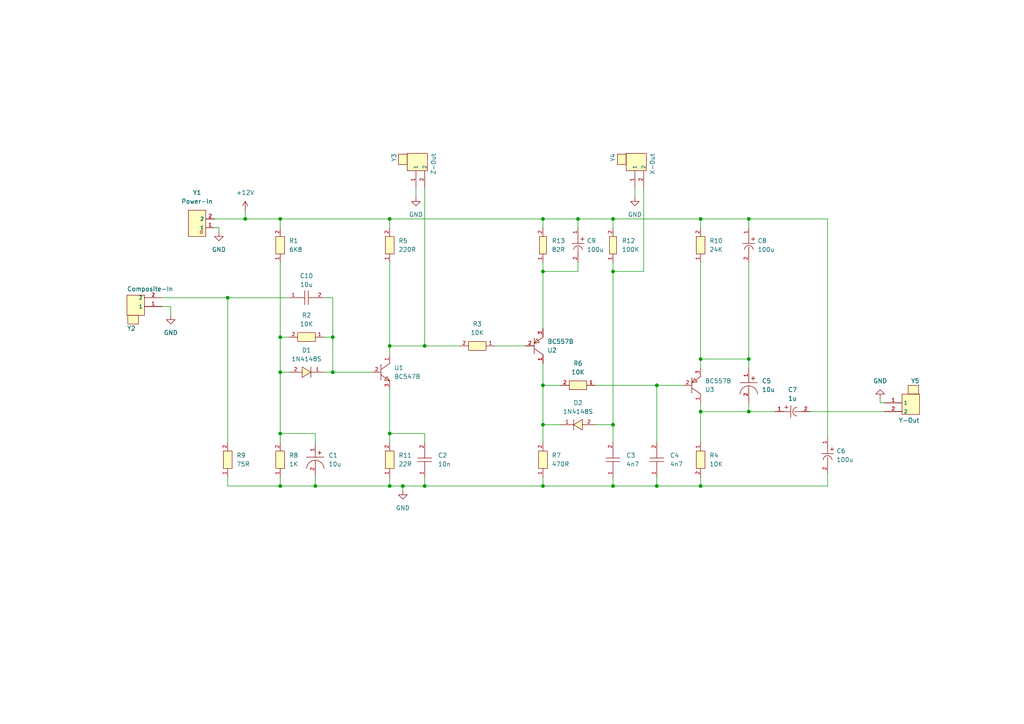
<source format=kicad_sch>
(kicad_sch (version 20231120) (generator "eeschema") (generator_version "8.0")
  (paper "A4")
  (title_block (title "Composite Video to XYZ converter") (date "2024-04-27") (rev "2") (company "xythobuz.de"))
  (lib_symbols
    (symbol "152EC0410_1" (pin_names hide)
      (property "Reference" "U13" (at -0.0001 7.62 0))
      (property "Value" "152EC0410" (at -0.0001 5.08 0))
      (symbol "152EC0410_1_0_1"
        (polyline (pts (xy -2.5402 0.0002) (xy -0.5082 0.0002)))
        (polyline (pts (xy -2.2862 1.2702) (xy -1.2702 1.2702)))
        (polyline (pts (xy -1.7782 1.7782) (xy -1.7782 0.7622)))
        (polyline (pts (xy -0.5082 1.7782) (xy -0.5082 -1.7779)))
        (polyline (pts (xy 0.5078 0.0002) (xy 2.5398 0.0002)))
        (arc (start 1.27 1.27) (mid 0.0658 0) (end 1.27 -1.27))
        (pin input line (at -5.08 0 0) (length 2.54) (name "1") (number "1"))
        (pin input line (at 5.08 0 180) (length 2.54) (name "2") (number "2"))
      )
    )
    (symbol "jlc:01EC1809SHC10UF50V" (pin_names hide)
      (property "Reference" "C1" (at 1.27 7.62 0))
      (property "Value" "01EC1809SHC10UF50V" (at 1.27 5.08 0))
      (symbol "01EC1809SHC10UF50V_0_1"
        (rectangle (start -2.54 1.27) (end -1.524 1.2446) (fill (type background)))
        (rectangle (start -2.032 1.778) (end -2.0066 0.762) (fill (type background)))
        (polyline (pts (xy -0.762 2.54) (xy -0.762 -2.54)))
        (arc (start 2.54 2.54) (mid 0.1499 0) (end 2.54 -2.54))
        (pin unspecified line (at -5.08 0 0) (length 4.318) (name "1") (number "1"))
        (pin unspecified line (at 5.08 0 180) (length 4.826) (name "2") (number "2"))
      )
    )
    (symbol "jlc:05B472K500PF3C1N0R" (pin_names hide)
      (property "Reference" "C" (at 0 1.27 0))
      (property "Value" "05B472K500PF3C1N0R" (at 0 -2.54 0))
      (symbol "05B472K500PF3C1N0R_0_1"
        (polyline (pts (xy -2.032 0.508) (xy 2.032 0.508)))
        (polyline (pts (xy 0 -0.508) (xy 0 -2.54)))
        (polyline (pts (xy 0 2.54) (xy 0 0.508)))
        (polyline (pts (xy 2.032 -0.508) (xy -2.032 -0.508)))
        (pin unspecified line (at 0 -5.08 90) (length 2.54) (name "1") (number "1"))
        (pin unspecified line (at 0 5.08 270) (length 2.54) (name "2") (number "2"))
      )
    )
    (symbol "jlc:152EC0410" (pin_names hide)
      (property "Reference" "U10" (at -0.0001 7.62 0))
      (property "Value" "152EC0410" (at -0.0001 5.08 0))
      (symbol "152EC0410_0_1"
        (polyline (pts (xy -2.5402 0.0002) (xy -0.5082 0.0002)))
        (polyline (pts (xy -2.2862 1.2702) (xy -1.2702 1.2702)))
        (polyline (pts (xy -1.7782 1.7782) (xy -1.7782 0.7622)))
        (polyline (pts (xy -0.5082 1.7782) (xy -0.5082 -1.7779)))
        (polyline (pts (xy 0.5078 0.0002) (xy 2.5398 0.0002)))
        (arc (start 1.27 1.27) (mid 0.1552 0) (end 1.27 -1.27))
        (pin input line (at -5.08 0 0) (length 2.54) (name "1") (number "1"))
        (pin input line (at 5.08 0 180) (length 2.54) (name "2") (number "2"))
      )
    )
    (symbol "jlc:1N4148S" (pin_names hide)
      (property "Reference" "D" (at 0 1.27 0))
      (property "Value" "1N4148S" (at 0 -2.54 0))
      (symbol "1N4148S_0_1"
        (polyline (pts (xy -1.27 -1.524) (xy -1.27 1.524)))
        (polyline (pts (xy 1.27 1.524) (xy -1.27 0) (xy 1.27 -1.524) (xy 1.27 1.524)) (fill (type background)))
        (pin unspecified line (at -5.08 0 0) (length 3.81) (name "1") (number "1"))
        (pin unspecified line (at 5.08 0 180) (length 3.81) (name "2") (number "2"))
      )
    )
    (symbol "jlc:450BXC1MEFC8X11_5" (pin_names hide)
      (property "Reference" "U14" (at 0 6.35 0))
      (property "Value" "450BXC1MEFC8X11_5" (at 0 3.81 0))
      (symbol "450BXC1MEFC8X11_5_0_1"
        (polyline (pts (xy -2.54 0) (xy -0.508 0)))
        (polyline (pts (xy -2.286 1.27) (xy -1.27 1.27)))
        (polyline (pts (xy -1.778 1.778) (xy -1.778 0.762)))
        (polyline (pts (xy -0.508 1.778) (xy -0.508 -1.778)))
        (polyline (pts (xy 0.508 0) (xy 2.54 0)))
        (arc (start 1.27 1.27) (mid 0.0658 0) (end 1.27 -1.27))
        (pin input line (at -5.08 0 0) (length 2.54) (name "1") (number "1"))
        (pin input line (at 5.08 0 180) (length 2.54) (name "2") (number "2"))
      )
    )
    (symbol "jlc:AV-5"
      (property "Reference" "U5" (at 2.159 -11.43 90))
      (property "Value" "AV-5" (at -0.381 -11.43 90))
      (symbol "AV-5_0_1"
        (rectangle (start -3.302 5.08) (end 2.54 0) (fill (type background)))
        (rectangle (start 2.54 4.826) (end 5.08 1.778) (fill (type background)))
        (pin unspecified line (at 0 -5.08 90) (length 5.08) (name "1") (number "1"))
        (pin unspecified line (at -2.54 -5.08 90) (length 5.08) (name "2") (number "2"))
      )
    )
    (symbol "jlc:BC547B" (pin_names hide)
      (property "Reference" "U" (at 0 1.27 0))
      (property "Value" "BC547B" (at 0 -2.54 0))
      (symbol "BC547B_0_1"
        (polyline (pts (xy -2.54 -0.762) (xy 0 -2.54)))
        (polyline (pts (xy -2.54 2.286) (xy -2.54 -2.286)))
        (polyline (pts (xy 0 2.54) (xy -2.54 0.762)))
        (polyline (pts (xy 0 -2.54) (xy -0.762 -1.27) (xy -1.524 -2.286) (xy 0 -2.54)) (fill (type background)))
        (pin input line (at 0 5.08 270) (length 2.54) (name "C") (number "1"))
        (pin input line (at -5.08 0 0) (length 2.54) (name "B") (number "2"))
        (pin input line (at 0 -5.08 90) (length 2.54) (name "E") (number "3"))
      )
    )
    (symbol "jlc:BC557B_C713617" (pin_names hide)
      (property "Reference" "U" (at 0 1.27 0))
      (property "Value" "BC557B_C713617" (at 0 -2.54 0))
      (symbol "BC557B_C713617_0_1"
        (polyline (pts (xy -2.54 -0.762) (xy 0 -2.54)))
        (polyline (pts (xy -2.54 2.286) (xy -2.54 -2.286)))
        (polyline (pts (xy 0 2.54) (xy -2.54 0.762)))
        (polyline (pts (xy -2.54 -0.762) (xy -1.778 -2.032) (xy -1.016 -1.016) (xy -2.54 -0.762)) (fill (type background)))
        (pin input line (at 0 5.08 270) (length 2.54) (name "C") (number "1"))
        (pin input line (at -5.08 0 0) (length 2.54) (name "B") (number "2"))
        (pin input line (at 0 -5.08 90) (length 2.54) (name "E") (number "3"))
      )
    )
    (symbol "jlc:CD1E106MC9BER2F100" (pin_names hide)
      (property "Reference" "U" (at 0 1.27 0))
      (property "Value" "CD1E106MC9BER2F100" (at 0 -2.54 0))
      (symbol "CD1E106MC9BER2F100_0_1"
        (polyline (pts (xy -0.508 -2.032) (xy -0.508 2.032)))
        (polyline (pts (xy -0.508 0) (xy -2.54 0)))
        (polyline (pts (xy 0.508 2.032) (xy 0.508 -2.032)))
        (polyline (pts (xy 2.54 0) (xy 0.508 0)))
        (pin unspecified line (at -5.08 0 0) (length 2.54) (name "1") (number "1"))
        (pin unspecified line (at 5.08 0 180) (length 2.54) (name "2") (number "2"))
      )
    )
    (symbol "jlc:CD1H103KC94ER1D000" (pin_names hide)
      (property "Reference" "C" (at 0 1.27 0))
      (property "Value" "CD1H103KC94ER1D000" (at 0 -2.54 0))
      (symbol "CD1H103KC94ER1D000_0_1"
        (polyline (pts (xy -0.508 -2.032) (xy -0.508 2.032)))
        (polyline (pts (xy -0.508 0) (xy -2.54 0)))
        (polyline (pts (xy 0.508 2.032) (xy 0.508 -2.032)))
        (polyline (pts (xy 2.54 0) (xy 0.508 0)))
        (pin unspecified line (at -5.08 0 0) (length 2.54) (name "1") (number "1"))
        (pin unspecified line (at 5.08 0 180) (length 2.54) (name "2") (number "2"))
      )
    )
    (symbol "jlc:CR1_4W-75Ω±5%-OT52" (pin_names hide)
      (property "Reference" "R" (at 0 1.27 0))
      (property "Value" "CR1_4W-75Ω±5%-OT52" (at 0 -2.54 0))
      (symbol "CR1_4W-75Ω±5%-OT52_0_1"
        (rectangle (start -2.54 1.27) (end 2.54 -1.27) (fill (type background)))
        (pin unspecified line (at -5.08 0 0) (length 2.54) (name "1") (number "1"))
        (pin unspecified line (at 5.08 0 180) (length 2.54) (name "2") (number "2"))
      )
    )
    (symbol "jlc:MF1_4W-1KΩ±1%T52" (pin_names hide)
      (property "Reference" "R" (at 0 1.27 0))
      (property "Value" "MF1_4W-1KΩ±1%T52" (at 0 -2.54 0))
      (symbol "MF1_4W-1KΩ±1%T52_0_1"
        (rectangle (start -2.54 1.27) (end 2.54 -1.27) (fill (type background)))
        (pin unspecified line (at -5.08 0 0) (length 2.54) (name "1") (number "1"))
        (pin unspecified line (at 5.08 0 180) (length 2.54) (name "2") (number "2"))
      )
    )
    (symbol "jlc:MF1_4W-82Ω±1%_T52" (pin_names hide)
      (property "Reference" "U" (at 0 1.27 0))
      (property "Value" "MF1_4W-82Ω±1%_T52" (at 0 -2.54 0))
      (symbol "MF1_4W-82Ω±1%_T52_0_1"
        (rectangle (start -2.54 1.016) (end 2.54 -1.016) (fill (type background)))
        (pin unspecified line (at -5.08 0 0) (length 2.54) (name "1") (number "1"))
        (pin unspecified line (at 5.08 0 180) (length 2.54) (name "2") (number "2"))
      )
    )
    (symbol "jlc:MFR-25FTE52-100K" (pin_names hide)
      (property "Reference" "U" (at 0 1.27 0))
      (property "Value" "MFR-25FTE52-100K" (at 0 -2.54 0))
      (symbol "MFR-25FTE52-100K_0_1"
        (rectangle (start -2.54 1.016) (end 2.54 -1.016) (fill (type background)))
        (pin unspecified line (at -5.08 0 0) (length 2.54) (name "1") (number "1"))
        (pin unspecified line (at 5.08 0 180) (length 2.54) (name "2") (number "2"))
      )
    )
    (symbol "jlc:RN_1_4W_10K_F_T_B_A1" (pin_names hide)
      (property "Reference" "R" (at 0 1.27 0))
      (property "Value" "RN_1_4W_10K_F_T_B_A1" (at 0 -2.54 0))
      (symbol "RN_1_4W_10K_F_T_B_A1_0_1"
        (rectangle (start -2.54 1.27) (end 2.54 -1.27) (fill (type background)))
        (pin unspecified line (at -5.08 0 0) (length 2.54) (name "1") (number "1"))
        (pin unspecified line (at 5.08 0 180) (length 2.54) (name "2") (number "2"))
      )
    )
    (symbol "jlc:RN_1_4W_220R_F_T_B_A1" (pin_names hide)
      (property "Reference" "R" (at 0 1.27 0))
      (property "Value" "RN_1_4W_220R_F_T_B_A1" (at 0 -2.54 0))
      (symbol "RN_1_4W_220R_F_T_B_A1_0_1"
        (rectangle (start -2.54 1.27) (end 2.54 -1.27) (fill (type background)))
        (pin unspecified line (at -5.08 0 0) (length 2.54) (name "1") (number "1"))
        (pin unspecified line (at 5.08 0 180) (length 2.54) (name "2") (number "2"))
      )
    )
    (symbol "jlc:RN_1_4W_3K3_F_T_B_A1" (pin_names hide)
      (property "Reference" "R" (at 0 1.27 0))
      (property "Value" "RN_1_4W_3K3_F_T_B_A1" (at 0 -2.54 0))
      (symbol "RN_1_4W_3K3_F_T_B_A1_0_1"
        (rectangle (start -2.54 1.27) (end 2.54 -1.27) (fill (type background)))
        (pin unspecified line (at -5.08 0 0) (length 2.54) (name "1") (number "1"))
        (pin unspecified line (at 5.08 0 180) (length 2.54) (name "2") (number "2"))
      )
    )
    (symbol "jlc:RN_1_4W_470R_F_T_B_A1" (pin_names hide)
      (property "Reference" "R" (at 0 1.27 0))
      (property "Value" "RN_1_4W_470R_F_T_B_A1" (at 0 -2.54 0))
      (symbol "RN_1_4W_470R_F_T_B_A1_0_1"
        (rectangle (start -2.54 1.27) (end 2.54 -1.27) (fill (type background)))
        (pin unspecified line (at -5.08 0 0) (length 2.54) (name "1") (number "1"))
        (pin unspecified line (at 5.08 0 180) (length 2.54) (name "2") (number "2"))
      )
    )
    (symbol "jlc:RN_2WS_22R_F_T_B_A1" (pin_names hide)
      (property "Reference" "U" (at 0 1.27 0))
      (property "Value" "RN_2WS_22R_F_T_B_A1" (at 0 -2.54 0))
      (symbol "RN_2WS_22R_F_T_B_A1_0_1"
        (rectangle (start -2.54 1.27) (end 2.54 -1.27) (fill (type background)))
        (pin unspecified line (at -5.08 0 0) (length 2.54) (name "1") (number "1"))
        (pin unspecified line (at 5.08 0 180) (length 2.54) (name "2") (number "2"))
      )
    )
    (symbol "jlc:XY300V-A-5_0-2P"
      (property "Reference" "U" (at 0 1.27 0))
      (property "Value" "XY300V-A-5_0-2P" (at 0 -2.54 0))
      (symbol "XY300V-A-5_0-2P_0_1"
        (rectangle (start -2.54 3.81) (end 2.54 -3.81) (fill (type background)))
        (circle (center -1.27 2.54) (radius 0.381) (fill (type background)))
        (pin unspecified line (at -5.08 1.27 0) (length 2.54) (name "1") (number "1"))
        (pin unspecified line (at -5.08 -1.27 0) (length 2.54) (name "2") (number "2"))
      )
    )
    (symbol "power:+12V" (power) (pin_names (offset 0))
      (property "Value" "+12V" (at 0 3.556 0))
      (symbol "+12V_0_1"
        (polyline (pts (xy -0.762 1.27) (xy 0 2.54)))
        (polyline (pts (xy 0 0) (xy 0 2.54)))
        (polyline (pts (xy 0 2.54) (xy 0.762 1.27)))
      )
      (symbol "+12V_1_1"
        (pin power_in line (at 0 0 90) (length 0) hide (name "+12V") (number "1"))
      )
    )
    (symbol "power:GND" (power) (pin_names (offset 0))
      (property "Value" "GND" (at 0 -3.81 0))
      (symbol "GND_0_1"
        (polyline (pts (xy 0 0) (xy 0 -1.27) (xy 1.27 -1.27) (xy 0 -2.54) (xy -1.27 -1.27) (xy 0 -1.27)))
      )
      (symbol "GND_1_1"
        (pin power_in line (at 0 0 270) (length 0) hide (name "GND") (number "1"))
      )
    )
  )
  (junction (at 157.48 140.97))
  (junction (at 190.5 111.76))
  (junction (at 113.03 100.33))
  (junction (at 217.17 63.5))
  (junction (at 203.2 140.97))
  (junction (at 177.8 78.74))
  (junction (at 123.19 100.33))
  (junction (at 113.03 140.97))
  (junction (at 217.17 119.38))
  (junction (at 81.28 140.97))
  (junction (at 203.2 63.5))
  (junction (at 203.2 119.38))
  (junction (at 190.5 140.97))
  (junction (at 96.52 97.79))
  (junction (at 113.03 125.73))
  (junction (at 81.28 107.95))
  (junction (at 116.84 140.97))
  (junction (at 157.48 63.5))
  (junction (at 66.04 86.36))
  (junction (at 177.8 140.97))
  (junction (at 157.48 78.74))
  (junction (at 71.12 63.5))
  (junction (at 81.28 125.73))
  (junction (at 123.19 140.97))
  (junction (at 157.48 111.76))
  (junction (at 81.28 97.79))
  (junction (at 203.2 104.14))
  (junction (at 96.52 107.95))
  (junction (at 113.03 63.5))
  (junction (at 177.8 63.5))
  (junction (at 177.8 123.19))
  (junction (at 167.64 63.5))
  (junction (at 157.48 123.19))
  (junction (at 91.44 140.97))
  (junction (at 217.17 104.14))
  (junction (at 81.28 63.5))
  (wire (pts (xy 217.17 104.14) (xy 203.2 104.14)))
  (wire (pts (xy 177.8 123.19) (xy 177.8 78.74)))
  (wire (pts (xy 177.8 63.5) (xy 203.2 63.5)))
  (wire (pts (xy 162.56 123.19) (xy 157.48 123.19)))
  (wire (pts (xy 81.28 140.97) (xy 91.44 140.97)))
  (wire (pts (xy 113.03 138.43) (xy 113.03 140.97)))
  (wire (pts (xy 157.48 66.04) (xy 157.48 63.5)))
  (wire (pts (xy 49.53 88.9) (xy 49.53 91.44)))
  (wire (pts (xy 203.2 140.97) (xy 190.5 140.97)))
  (wire (pts (xy 116.84 140.97) (xy 113.03 140.97)))
  (wire (pts (xy 167.64 76.2) (xy 167.64 78.74)))
  (wire (pts (xy 186.69 78.74) (xy 177.8 78.74)))
  (wire (pts (xy 172.72 123.19) (xy 177.8 123.19)))
  (wire (pts (xy 217.17 119.38) (xy 224.79 119.38)))
  (wire (pts (xy 184.15 54.61) (xy 184.15 57.15)))
  (wire (pts (xy 190.5 138.43) (xy 190.5 140.97)))
  (wire (pts (xy 217.17 119.38) (xy 203.2 119.38)))
  (wire (pts (xy 113.03 125.73) (xy 113.03 128.27)))
  (wire (pts (xy 123.19 140.97) (xy 116.84 140.97)))
  (wire (pts (xy 217.17 66.04) (xy 217.17 63.5)))
  (wire (pts (xy 190.5 140.97) (xy 177.8 140.97)))
  (wire (pts (xy 81.28 107.95) (xy 81.28 97.79)))
  (wire (pts (xy 190.5 111.76) (xy 198.12 111.76)))
  (wire (pts (xy 157.48 140.97) (xy 123.19 140.97)))
  (wire (pts (xy 157.48 138.43) (xy 157.48 140.97)))
  (wire (pts (xy 113.03 100.33) (xy 123.19 100.33)))
  (wire (pts (xy 120.65 54.61) (xy 120.65 57.15)))
  (wire (pts (xy 143.51 100.33) (xy 152.4 100.33)))
  (wire (pts (xy 157.48 140.97) (xy 177.8 140.97)))
  (wire (pts (xy 255.27 116.84) (xy 256.54 116.84)))
  (wire (pts (xy 71.12 60.96) (xy 71.12 63.5)))
  (wire (pts (xy 240.03 140.97) (xy 203.2 140.97)))
  (wire (pts (xy 123.19 54.61) (xy 123.19 100.33)))
  (wire (pts (xy 93.98 86.36) (xy 96.52 86.36)))
  (wire (pts (xy 157.48 63.5) (xy 167.64 63.5)))
  (wire (pts (xy 46.99 86.36) (xy 66.04 86.36)))
  (wire (pts (xy 217.17 63.5) (xy 203.2 63.5)))
  (wire (pts (xy 81.28 138.43) (xy 81.28 140.97)))
  (wire (pts (xy 240.03 127) (xy 240.03 63.5)))
  (wire (pts (xy 81.28 63.5) (xy 81.28 66.04)))
  (wire (pts (xy 190.5 111.76) (xy 190.5 128.27)))
  (wire (pts (xy 66.04 138.43) (xy 66.04 140.97)))
  (wire (pts (xy 62.23 63.5) (xy 71.12 63.5)))
  (wire (pts (xy 81.28 107.95) (xy 81.28 125.73)))
  (wire (pts (xy 240.03 137.16) (xy 240.03 140.97)))
  (wire (pts (xy 93.98 107.95) (xy 96.52 107.95)))
  (wire (pts (xy 96.52 107.95) (xy 107.95 107.95)))
  (wire (pts (xy 116.84 140.97) (xy 116.84 142.24)))
  (wire (pts (xy 203.2 76.2) (xy 203.2 104.14)))
  (wire (pts (xy 157.48 105.41) (xy 157.48 111.76)))
  (wire (pts (xy 203.2 138.43) (xy 203.2 140.97)))
  (wire (pts (xy 172.72 111.76) (xy 190.5 111.76)))
  (wire (pts (xy 177.8 63.5) (xy 167.64 63.5)))
  (wire (pts (xy 123.19 128.27) (xy 123.19 125.73)))
  (wire (pts (xy 66.04 86.36) (xy 83.82 86.36)))
  (wire (pts (xy 91.44 138.43) (xy 91.44 140.97)))
  (wire (pts (xy 96.52 107.95) (xy 96.52 97.79)))
  (wire (pts (xy 157.48 111.76) (xy 157.48 123.19)))
  (wire (pts (xy 81.28 76.2) (xy 81.28 97.79)))
  (wire (pts (xy 157.48 78.74) (xy 157.48 95.25)))
  (wire (pts (xy 217.17 116.84) (xy 217.17 119.38)))
  (wire (pts (xy 62.23 66.04) (xy 63.5 66.04)))
  (wire (pts (xy 113.03 100.33) (xy 113.03 102.87)))
  (wire (pts (xy 157.48 76.2) (xy 157.48 78.74)))
  (wire (pts (xy 96.52 97.79) (xy 93.98 97.79)))
  (wire (pts (xy 96.52 86.36) (xy 96.52 97.79)))
  (wire (pts (xy 71.12 63.5) (xy 81.28 63.5)))
  (wire (pts (xy 81.28 63.5) (xy 113.03 63.5)))
  (wire (pts (xy 91.44 128.27) (xy 91.44 125.73)))
  (wire (pts (xy 46.99 88.9) (xy 49.53 88.9)))
  (wire (pts (xy 157.48 111.76) (xy 162.56 111.76)))
  (wire (pts (xy 66.04 140.97) (xy 81.28 140.97)))
  (wire (pts (xy 234.95 119.38) (xy 256.54 119.38)))
  (wire (pts (xy 66.04 86.36) (xy 66.04 128.27)))
  (wire (pts (xy 81.28 125.73) (xy 81.28 128.27)))
  (wire (pts (xy 91.44 140.97) (xy 113.03 140.97)))
  (wire (pts (xy 203.2 119.38) (xy 203.2 128.27)))
  (wire (pts (xy 177.8 66.04) (xy 177.8 63.5)))
  (wire (pts (xy 177.8 78.74) (xy 177.8 76.2)))
  (wire (pts (xy 113.03 63.5) (xy 113.03 66.04)))
  (wire (pts (xy 203.2 116.84) (xy 203.2 119.38)))
  (wire (pts (xy 217.17 106.68) (xy 217.17 104.14)))
  (wire (pts (xy 255.27 116.84) (xy 255.27 115.57)))
  (wire (pts (xy 240.03 63.5) (xy 217.17 63.5)))
  (wire (pts (xy 113.03 113.03) (xy 113.03 125.73)))
  (wire (pts (xy 81.28 97.79) (xy 83.82 97.79)))
  (wire (pts (xy 83.82 107.95) (xy 81.28 107.95)))
  (wire (pts (xy 91.44 125.73) (xy 81.28 125.73)))
  (wire (pts (xy 203.2 104.14) (xy 203.2 106.68)))
  (wire (pts (xy 167.64 66.04) (xy 167.64 63.5)))
  (wire (pts (xy 123.19 125.73) (xy 113.03 125.73)))
  (wire (pts (xy 203.2 66.04) (xy 203.2 63.5)))
  (wire (pts (xy 217.17 76.2) (xy 217.17 104.14)))
  (wire (pts (xy 123.19 100.33) (xy 133.35 100.33)))
  (wire (pts (xy 177.8 138.43) (xy 177.8 140.97)))
  (wire (pts (xy 63.5 67.31) (xy 63.5 66.04)))
  (wire (pts (xy 186.69 54.61) (xy 186.69 78.74)))
  (wire (pts (xy 177.8 123.19) (xy 177.8 128.27)))
  (wire (pts (xy 157.48 63.5) (xy 113.03 63.5)))
  (wire (pts (xy 123.19 138.43) (xy 123.19 140.97)))
  (wire (pts (xy 113.03 76.2) (xy 113.03 100.33)))
  (wire (pts (xy 157.48 78.74) (xy 167.64 78.74)))
  (wire (pts (xy 157.48 128.27) (xy 157.48 123.19)))
  (symbol (lib_id "power:GND") (at 120.65 57.15 0) (unit 1)
    (property "Reference" "#PWR01" (effects (hide yes)))
    (property "Value" "GND" (at 120.65 62.23 0))
  )
  (symbol (lib_id "jlc:RN_1_4W_10K_F_T_B_A1") (at 88.9 97.79 180) (unit 1)
    (property "Reference" "R2" (at 88.9 91.44 0))
    (property "Value" "10K" (at 88.9 93.98 0))
    (property "Footprint" "jlc_footprints:RES-TH_BD2.4-L6.3-P10.30-D0.6" (effects (hide yes)))
    (property "Datasheet" "https://item.szlcsc.com/184395.html" (effects (hide yes)))
    (property "LCSC" "C410695" (effects (hide yes)))
  )
  (symbol (lib_id "jlc:1N4148S") (at 88.9 107.95 180) (unit 1)
    (property "Reference" "D1" (at 88.9 101.6 0))
    (property "Value" "1N4148S" (at 88.9 104.14 0))
    (property "Footprint" "jlc_footprints:DO-34_BD1.6-L3.0-P7.00-D0.6-RD" (effects (hide yes)))
    (property "Datasheet" "https://item.szlcsc.com/145611.html" (effects (hide yes)))
    (property "LCSC" "C179555" (effects (hide yes)))
  )
  (symbol (lib_id "power:GND") (at 184.15 57.15 0) (unit 1)
    (property "Reference" "#PWR04" (effects (hide yes)))
    (property "Value" "GND" (at 184.15 62.23 0))
  )
  (symbol (lib_id "jlc:1N4148S") (at 167.64 123.19 0) (unit 1)
    (property "Reference" "D2" (at 167.64 116.84 0))
    (property "Value" "1N4148S" (at 167.64 119.38 0))
    (property "Footprint" "jlc_footprints:DO-34_BD1.6-L3.0-P7.00-D0.6-RD" (effects (hide yes)))
    (property "Datasheet" "https://item.szlcsc.com/145611.html" (effects (hide yes)))
    (property "LCSC" "C179555" (effects (hide yes)))
  )
  (symbol (lib_id "jlc:01EC1809SHC10UF50V") (at 217.17 111.76 270) (unit 1)
    (property "Reference" "C5" (at 220.98 110.49 90) (effects (justify left)))
    (property "Value" "10u" (at 220.98 113.03 90) (effects (justify left)))
    (property "Footprint" "jlc_footprints:CAP-TH_BD5.0-P2.00-D0.8-FD" (effects (hide yes)))
    (property "Datasheet" "https://item.szlcsc.com/44805.html" (effects (hide yes)))
    (property "LCSC" "C503219" (effects (hide yes)))
  )
  (symbol (lib_id "jlc:RN_1_4W_10K_F_T_B_A1") (at 167.64 111.76 180) (unit 1)
    (property "Reference" "R6" (at 167.64 105.41 0))
    (property "Value" "10K" (at 167.64 107.95 0))
    (property "Footprint" "jlc_footprints:RES-TH_BD2.4-L6.3-P10.30-D0.6" (effects (hide yes)))
    (property "Datasheet" "https://item.szlcsc.com/184395.html" (effects (hide yes)))
    (property "LCSC" "C410695" (effects (hide yes)))
  )
  (symbol (lib_id "jlc:AV-5") (at 41.91 88.9 90) (mirror x) (unit 1)
    (property "Reference" "Y2" (at 36.83 95.25 90) (effects (justify right)))
    (property "Value" "Composite-In" (at 36.83 83.82 90) (effects (justify right)))
    (property "Footprint" "jlc_footprints:CONN-TH_AV-5" (effects (hide yes)))
    (property "Datasheet" "https://item.szlcsc.com/18768.html" (effects (hide yes)))
    (property "LCSC" "C18080" (effects (hide yes)))
  )
  (symbol (lib_id "jlc:AV-5") (at 120.65 49.53 0) (mirror y) (unit 1)
    (property "Reference" "Y3" (at 114.3 44.45 90) (effects (justify right)))
    (property "Value" "Z-Out" (at 125.73 44.45 90) (effects (justify right)))
    (property "Footprint" "jlc_footprints:CONN-TH_AV-5" (effects (hide yes)))
    (property "Datasheet" "https://item.szlcsc.com/18768.html" (effects (hide yes)))
    (property "LCSC" "C18080" (effects (hide yes)))
  )
  (symbol (lib_id "jlc:RN_1_4W_10K_F_T_B_A1") (at 81.28 71.12 90) (unit 1)
    (property "Reference" "R1" (at 83.82 69.85 90) (effects (justify right)))
    (property "Value" "6K8" (at 83.82 72.39 90) (effects (justify right)))
    (property "Footprint" "jlc_footprints:RES-TH_BD2.4-L6.3-P10.30-D0.6" (effects (hide yes)))
    (property "Datasheet" "https://item.szlcsc.com/184395.html" (effects (hide yes)))
    (property "LCSC" "C410590" (effects (hide yes)))
  )
  (symbol (lib_id "jlc:XY300V-A-5_0-2P") (at 57.15 64.77 180) (unit 1)
    (property "Reference" "Y1" (at 57.15 55.88 0))
    (property "Value" "Power-In" (at 57.15 58.42 0))
    (property "Footprint" "jlc_footprints:CONN-TH_XY300V-A-5.0-2P" (effects (hide yes)))
    (property "Datasheet" "https://atta.szlcsc.com/upload/public/pdf/source/20200527/C557648_4A2FA4132AA24EE423B62B1474E9B5BB.pdf" (effects (hide yes)))
    (property "LCSC" "C557648" (effects (hide yes)))
  )
  (symbol (lib_id "jlc:CR1_4W-75Ω±5%-OT52") (at 66.04 133.35 90) (unit 1)
    (property "Reference" "R9" (at 68.58 132.08 90) (effects (justify right)))
    (property "Value" "75R" (at 68.58 134.62 90) (effects (justify right)))
    (property "Footprint" "jlc_footprints:RES-TH_BD2.7-L6.2-P10.20-D0.4" (effects (hide yes)))
    (property "Datasheet" "https://item.szlcsc.com/486756.html" (effects (hide yes)))
    (property "LCSC" "C2896897" (effects (hide yes)))
  )
  (symbol (lib_id "jlc:RN_1_4W_10K_F_T_B_A1") (at 203.2 133.35 270) (unit 1)
    (property "Reference" "R4" (at 205.74 132.08 90) (effects (justify left)))
    (property "Value" "10K" (at 205.74 134.62 90) (effects (justify left)))
    (property "Footprint" "jlc_footprints:RES-TH_BD2.4-L6.3-P10.30-D0.6" (effects (hide yes)))
    (property "Datasheet" "https://item.szlcsc.com/184395.html" (effects (hide yes)))
    (property "LCSC" "C410695" (effects (hide yes)))
  )
  (symbol (lib_id "jlc:CD1E106MC9BER2F100") (at 88.9 86.36 0) (unit 1)
    (property "Reference" "C10" (at 88.9 80.01 0))
    (property "Value" "10u" (at 88.9 82.55 0))
    (property "Footprint" "jlc_footprints:CAP-TH_L5.5-W3.8-P3.50-D0.6" (effects (hide yes)))
    (property "Datasheet" "https://atta.szlcsc.com/upload/public/pdf/source/20210512/C2761762_7AEAEBBE16673951158B42993B4AFA88.pdf" (effects (hide yes)))
    (property "LCSC" "C2761733" (effects (hide yes)))
  )
  (symbol (lib_id "jlc:RN_1_4W_470R_F_T_B_A1") (at 157.48 133.35 90) (unit 1)
    (property "Reference" "R7" (at 160.02 132.08 90) (effects (justify right)))
    (property "Value" "470R" (at 160.02 134.62 90) (effects (justify right)))
    (property "Footprint" "jlc_footprints:RES-TH_BD2.4-L6.3-P10.30-D0.6" (effects (hide yes)))
    (property "Datasheet" "https://item.szlcsc.com/184395.html" (effects (hide yes)))
    (property "LCSC" "C410615" (effects (hide yes)))
  )
  (symbol (lib_name "152EC0410_1") (lib_id "jlc:152EC0410") (at 240.03 132.08 270) (unit 1)
    (property "Reference" "C6" (at 242.57 130.8099 90) (effects (justify left)))
    (property "Value" "100u" (at 242.57 133.3499 90) (effects (justify left)))
    (property "Footprint" "jlc_footprints:CAP-TH_BD6.3-P2.50-D0.6-FD" (effects (hide yes)))
    (property "Datasheet" "https://atta.szlcsc.com/upload/public/pdf/source/20200309/C494514_9F3A4DA017A0C8951531EE171572BF22.pdf" (effects (hide yes)))
    (property "LCSC" "C6718390" (effects (hide yes)))
  )
  (symbol (lib_id "jlc:450BXC1MEFC8X11_5") (at 229.87 119.38 0) (unit 1)
    (property "Reference" "C7" (at 229.87 113.03 0))
    (property "Value" "1u" (at 229.87 115.57 0))
    (property "Footprint" "jlc_footprints:CAP-TH_BD8.0-P3.50-D0.6-FD_1" (effects (hide yes)))
    (property "Datasheet" "https://atta.szlcsc.com/upload/public/pdf/source/20180416/C191234_733C5C0149568155CE2C084CF497C985.pdf" (effects (hide yes)))
    (property "LCSC" "C1651069" (effects (hide yes)))
  )
  (symbol (lib_name "152EC0410_1") (lib_id "jlc:152EC0410") (at 217.17 71.12 270) (unit 1)
    (property "Reference" "C8" (at 219.71 69.8499 90) (effects (justify left)))
    (property "Value" "100u" (at 219.71 72.3899 90) (effects (justify left)))
    (property "Footprint" "jlc_footprints:CAP-TH_BD6.3-P2.50-D0.6-FD" (effects (hide yes)))
    (property "Datasheet" "https://atta.szlcsc.com/upload/public/pdf/source/20200309/C494514_9F3A4DA017A0C8951531EE171572BF22.pdf" (effects (hide yes)))
    (property "LCSC" "C6718390" (effects (hide yes)))
  )
  (symbol (lib_id "jlc:RN_1_4W_10K_F_T_B_A1") (at 138.43 100.33 180) (unit 1)
    (property "Reference" "R3" (at 138.43 93.98 0))
    (property "Value" "10K" (at 138.43 96.52 0))
    (property "Footprint" "jlc_footprints:RES-TH_BD2.4-L6.3-P10.30-D0.6" (effects (hide yes)))
    (property "Datasheet" "https://item.szlcsc.com/184395.html" (effects (hide yes)))
    (property "LCSC" "C410695" (effects (hide yes)))
  )
  (symbol (lib_id "power:GND") (at 49.53 91.44 0) (unit 1)
    (property "Reference" "#PWR03" (effects (hide yes)))
    (property "Value" "GND" (at 49.53 96.52 0))
  )
  (symbol (lib_id "jlc:MF1_4W-1KΩ±1%T52") (at 81.28 133.35 90) (unit 1)
    (property "Reference" "R8" (at 83.82 132.08 90) (effects (justify right)))
    (property "Value" "1K" (at 83.82 134.62 90) (effects (justify right)))
    (property "Footprint" "jlc_footprints:RES-TH_BD2.3-L6.5-P10.50-D0.5" (effects (hide yes)))
    (property "Datasheet" "https://item.szlcsc.com/123457.html" (effects (hide yes)))
    (property "LCSC" "C713997" (effects (hide yes)))
  )
  (symbol (lib_id "jlc:01EC1809SHC10UF50V") (at 91.44 133.35 270) (unit 1)
    (property "Reference" "C1" (at 95.25 132.08 90) (effects (justify left)))
    (property "Value" "10u" (at 95.25 134.62 90) (effects (justify left)))
    (property "Footprint" "jlc_footprints:CAP-TH_BD5.0-P2.00-D0.8-FD" (effects (hide yes)))
    (property "Datasheet" "https://item.szlcsc.com/44805.html" (effects (hide yes)))
    (property "LCSC" "C503219" (effects (hide yes)))
  )
  (symbol (lib_id "jlc:05B472K500PF3C1N0R") (at 177.8 133.35 0) (unit 1)
    (property "Reference" "C3" (at 181.61 132.08 0) (effects (justify left)))
    (property "Value" "4n7" (at 181.61 134.62 0) (effects (justify left)))
    (property "Footprint" "jlc_footprints:CAP-TH_L4.2-W3.8-P5.08-D0.6" (effects (hide yes)))
    (property "Datasheet" "https://item.szlcsc.com/297366.html" (effects (hide yes)))
    (property "LCSC" "C409817" (effects (hide yes)))
  )
  (symbol (lib_id "jlc:BC557B_C713617") (at 157.48 100.33 0) (mirror x) (unit 1)
    (property "Reference" "U2" (at 158.75 101.6 0) (effects (justify left)))
    (property "Value" "BC557B" (at 158.75 99.06 0) (effects (justify left)))
    (property "Footprint" "jlc_footprints:TO-92-3_L4.9-W3.7-P1.27-L" (effects (hide yes)))
    (property "Datasheet" "https://atta.szlcsc.com/upload/public/pdf/source/20180629/C233232_99576441F8ED8E9074FB1575A6BE3592.PDF" (effects (hide yes)))
    (property "LCSC" "C713617" (effects (hide yes)))
  )
  (symbol (lib_id "jlc:152EC0410") (at 167.64 71.12 270) (unit 1)
    (property "Reference" "C9" (at 170.18 69.8499 90) (effects (justify left)))
    (property "Value" "100u" (at 170.18 72.3899 90) (effects (justify left)))
    (property "Footprint" "jlc_footprints:CAP-TH_BD6.3-P2.50-D0.6-FD" (effects (hide yes)))
    (property "Datasheet" "https://atta.szlcsc.com/upload/public/pdf/source/20200309/C494514_9F3A4DA017A0C8951531EE171572BF22.pdf" (effects (hide yes)))
    (property "LCSC" "C6718390" (effects (hide yes)))
  )
  (symbol (lib_id "jlc:MF1_4W-82Ω±1%_T52") (at 157.48 71.12 90) (unit 1)
    (property "Reference" "R13" (at 160.02 69.85 90) (effects (justify right)))
    (property "Value" "82R" (at 160.02 72.39 90) (effects (justify right)))
    (property "Footprint" "jlc_footprints:RES-TH_BD2.2-L6.5-P10.50-D0.6" (effects (hide yes)))
    (property "Datasheet" "https://item.szlcsc.com/59661.html" (effects (hide yes)))
    (property "LCSC" "C119302" (effects (hide yes)))
  )
  (symbol (lib_id "jlc:BC557B_C713617") (at 203.2 111.76 0) (mirror x) (unit 1)
    (property "Reference" "U3" (at 204.47 113.03 0) (effects (justify left)))
    (property "Value" "BC557B" (at 204.47 110.49 0) (effects (justify left)))
    (property "Footprint" "jlc_footprints:TO-92-3_L4.9-W3.7-P1.27-L" (effects (hide yes)))
    (property "Datasheet" "https://atta.szlcsc.com/upload/public/pdf/source/20180629/C233232_99576441F8ED8E9074FB1575A6BE3592.PDF" (effects (hide yes)))
    (property "LCSC" "C713617" (effects (hide yes)))
  )
  (symbol (lib_id "jlc:05B472K500PF3C1N0R") (at 190.5 133.35 0) (unit 1)
    (property "Reference" "C4" (at 194.31 132.08 0) (effects (justify left)))
    (property "Value" "4n7" (at 194.31 134.62 0) (effects (justify left)))
    (property "Footprint" "jlc_footprints:CAP-TH_L4.2-W3.8-P5.08-D0.6" (effects (hide yes)))
    (property "Datasheet" "https://item.szlcsc.com/297366.html" (effects (hide yes)))
    (property "LCSC" "C409817" (effects (hide yes)))
  )
  (symbol (lib_id "jlc:RN_1_4W_3K3_F_T_B_A1") (at 203.2 71.12 90) (unit 1)
    (property "Reference" "R10" (at 205.74 69.85 90) (effects (justify right)))
    (property "Value" "24K" (at 205.74 72.39 90) (effects (justify right)))
    (property "Footprint" "jlc_footprints:RES-TH_BD2.4-L6.3-P10.30-D0.6" (effects (hide yes)))
    (property "Datasheet" "https://item.szlcsc.com/184395.html" (effects (hide yes)))
    (property "LCSC" "C119355" (effects (hide yes)))
  )
  (symbol (lib_id "jlc:AV-5") (at 261.62 116.84 270) (mirror x) (unit 1)
    (property "Reference" "Y5" (at 266.7 110.49 90) (effects (justify right)))
    (property "Value" "Y-Out" (at 266.7 121.92 90) (effects (justify right)))
    (property "Footprint" "jlc_footprints:CONN-TH_AV-5" (effects (hide yes)))
    (property "Datasheet" "https://item.szlcsc.com/18768.html" (effects (hide yes)))
    (property "LCSC" "C18080" (effects (hide yes)))
  )
  (symbol (lib_id "jlc:AV-5") (at 184.15 49.53 0) (mirror y) (unit 1)
    (property "Reference" "Y4" (at 177.8 44.45 90) (effects (justify right)))
    (property "Value" "X-Out" (at 189.23 44.45 90) (effects (justify right)))
    (property "Footprint" "jlc_footprints:CONN-TH_AV-5" (effects (hide yes)))
    (property "Datasheet" "https://item.szlcsc.com/18768.html" (effects (hide yes)))
    (property "LCSC" "C18080" (effects (hide yes)))
  )
  (symbol (lib_id "jlc:CD1H103KC94ER1D000") (at 123.19 133.35 90) (unit 1)
    (property "Reference" "C2" (at 127 132.08 90) (effects (justify right)))
    (property "Value" "10n" (at 127 134.62 90) (effects (justify right)))
    (property "Footprint" "jlc_footprints:CAP-TH_L4.2-W3.8-P5.08-D0.6" (effects (hide yes)))
    (property "Datasheet" "https://item.szlcsc.com/297366.html" (effects (hide yes)))
    (property "LCSC" "C263180" (effects (hide yes)))
  )
  (symbol (lib_id "jlc:RN_2WS_22R_F_T_B_A1") (at 113.03 133.35 90) (unit 1)
    (property "Reference" "R11" (at 115.57 132.08 90) (effects (justify right)))
    (property "Value" "22R" (at 115.57 134.62 90) (effects (justify right)))
    (property "Footprint" "jlc_footprints:RES-TH_BD4.5-L11.0-P15.00-D0.8" (effects (hide yes)))
    (property "Datasheet" "https://item.szlcsc.com/290324.html" (effects (hide yes)))
    (property "LCSC" "C433604" (effects (hide yes)))
  )
  (symbol (lib_id "power:GND") (at 255.27 115.57 180) (unit 1)
    (property "Reference" "#PWR05" (effects (hide yes)))
    (property "Value" "GND" (at 255.27 110.49 0))
  )
  (symbol (lib_id "jlc:BC547B") (at 113.03 107.95 0) (unit 1)
    (property "Reference" "U1" (at 114.3 106.68 0) (effects (justify left)))
    (property "Value" "BC547B" (at 114.3 109.22 0) (effects (justify left)))
    (property "Footprint" "jlc_footprints:TO-92-3_L4.9-W3.7-P1.27-L" (effects (hide yes)))
    (property "Datasheet" "https://atta.szlcsc.com/upload/public/pdf/source/20180629/C233232_99576441F8ED8E9074FB1575A6BE3592.PDF" (effects (hide yes)))
    (property "LCSC" "C713613" (effects (hide yes)))
  )
  (symbol (lib_id "power:GND") (at 63.5 67.31 0) (unit 1)
    (property "Reference" "#PWR06" (effects (hide yes)))
    (property "Value" "GND" (at 63.5 72.39 0))
  )
  (symbol (lib_id "jlc:RN_1_4W_220R_F_T_B_A1") (at 113.03 71.12 90) (unit 1)
    (property "Reference" "R5" (at 115.57 69.85 90) (effects (justify right)))
    (property "Value" "220R" (at 115.57 72.39 90) (effects (justify right)))
    (property "Footprint" "jlc_footprints:RES-TH_BD2.4-L6.3-P10.30-D0.6" (effects (hide yes)))
    (property "Datasheet" "https://item.szlcsc.com/184395.html" (effects (hide yes)))
    (property "LCSC" "C410657" (effects (hide yes)))
  )
  (symbol (lib_id "power:GND") (at 116.84 142.24 0) (unit 1)
    (property "Reference" "#PWR02" (effects (hide yes)))
    (property "Value" "GND" (at 116.84 147.32 0))
  )
  (symbol (lib_id "power:+12V") (at 71.12 60.96 0) (unit 1)
    (property "Reference" "#PWR07" (effects (hide yes)))
    (property "Value" "+12V" (at 71.12 55.88 0))
  )
  (symbol (lib_id "jlc:MFR-25FTE52-100K") (at 177.8 71.12 90) (unit 1)
    (property "Reference" "R12" (at 180.34 69.85 90) (effects (justify right)))
    (property "Value" "100K" (at 180.34 72.39 90) (effects (justify right)))
    (property "Footprint" "jlc_footprints:RES-TH_BD2.2-L6.5-P10.50-D0.6" (effects (hide yes)))
    (property "Datasheet" "https://item.szlcsc.com/59661.html" (effects (hide yes)))
    (property "LCSC" "C172965" (effects (hide yes)))
  )
)
</source>
